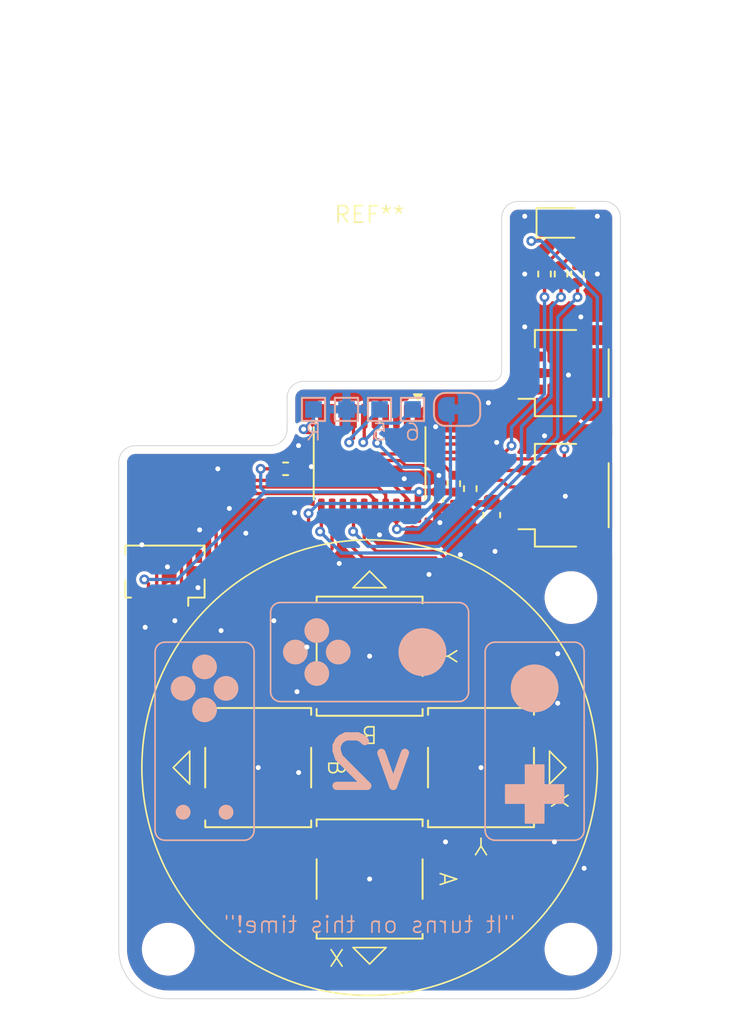
<source format=kicad_pcb>
(kicad_pcb (version 20240108) (generator "pcbnew") (generator_version "8.0")
  (layers (0 "F.Cu" signal) (31 "B.Cu" signal) (34 "B.Paste" user) (35 "F.Paste" user) (36 "B.SilkS" user "B.Silkscreen") (37 "F.SilkS" user "F.Silkscreen") (38 "B.Mask" user) (39 "F.Mask" user) (44 "Edge.Cuts" user))
  (net 0 "")
  (net 2 "VCC")
  (net 3 "GND")
  (net 4 "/STICK_Y")
  (net 5 "/STICK_X")
  (net 6 "/STICK_BUTTON")
  (net 7 "/SDA")
  (net 8 "/SCL")
  (net 10 "/SWD")
  (net 11 "/SWCLK")
  (net 13 "/PF2")
  (net 14 "/BUTTON_X")
  (net 15 "/BUTTON_A")
  (net 16 "/BUTTON_B")
  (net 17 "/BUTTON_Y")
  (net 21 "Net-(D1-BK)")
  (net 22 "Net-(D1-RK)")
  (net 23 "Net-(D1-GK)")
  (net 24 "/LED_R")
  (net 25 "/LED_G")
  (net 26 "/LED_B")
  (net 27 "/ADDR_SEL")
  (net 28 "/PA5")
  (net 29 "/PA6")
  (footprint "Daft_Misc:HCTL_HC-FPC-05-09-5RLTAG-00_1x05-1MP_P0.50mm_Horizontal" (layer "F.Cu") (at 102.6 134.4 180)
    (property "Reference" "J1" (hide yes))
    (property "Value" "Conn_01x05_MountingPin")
    (pad "1" smd rect (at -1 -1.8 180) (size 0.3 0.8) (layers "F.Cu" "F.Paste" "F.Mask") (net 5 "/STICK_X"))
    (pad "2" smd rect (at -0.5 -1.8 180) (size 0.3 0.8) (layers "F.Cu" "F.Paste" "F.Mask") (net 3 "GND"))
    (pad "3" smd rect (at 0 -1.8 180) (size 0.3 0.8) (layers "F.Cu" "F.Paste" "F.Mask") (net 6 "/STICK_BUTTON"))
    (pad "4" smd rect (at 0.5 -1.8 180) (size 0.3 0.8) (layers "F.Cu" "F.Paste" "F.Mask") (net 4 "/STICK_Y"))
    (pad "5" smd rect (at 1 -1.8 180) (size 0.3 0.8) (layers "F.Cu" "F.Paste" "F.Mask") (net 2 "VCC"))
    (pad "MP" smd rect (at -2.05 0.7 180) (size 0.4 0.8) (layers "F.Cu" "F.Paste" "F.Mask"))
    (pad "MP" smd rect (at 2.05 0.7 180) (size 0.4 0.8) (layers "F.Cu" "F.Paste" "F.Mask"))
  )
  (footprint "Resistor_SMD:R_0402_1005Metric" (layer "F.Cu") (at 127.6 116.6 -90)
    (property "Reference" "R3" (hide yes))
    (property "Value" "1K")
    (pad "1" smd roundrect (at -0.51 0 270) (size 0.54 0.64) (layers "F.Cu" "F.Paste" "F.Mask") (net 23 "Net-(D1-GK)"))
    (pad "2" smd roundrect (at 0.51 0 270) (size 0.54 0.64) (layers "F.Cu" "F.Paste" "F.Mask") (net 25 "/LED_G"))
  )
  (footprint "Daft_Misc:SW_Push_1P1T_NO_GT-TC155x" (layer "F.Cu") (at 121.75 146.5)
    (property "Reference" "SW2" (hide yes))
    (property "Value" "SW_Push")
    (pad "1" smd rect (at -3 -2.5) (size 1 1.1) (layers "F.Cu" "F.Paste" "F.Mask") (net 15 "/BUTTON_A"))
    (pad "1" smd rect (at 3 -2.5) (size 1 1.1) (layers "F.Cu" "F.Paste" "F.Mask") (net 15 "/BUTTON_A"))
    (pad "2" smd rect (at -3 2.5) (size 1 1.1) (layers "F.Cu" "F.Paste" "F.Mask") (net 3 "GND"))
    (pad "2" smd rect (at 3 2.5) (size 1 1.1) (layers "F.Cu" "F.Paste" "F.Mask") (net 3 "GND"))
  )
  (footprint "Daft_Misc:SW_Push_1P1T_NO_GT-TC155x" (layer "F.Cu") (at 115 153.25)
    (property "Reference" "SW3" (hide yes))
    (property "Value" "SW_Push")
    (pad "1" smd rect (at -3 -2.5) (size 1 1.1) (layers "F.Cu" "F.Paste" "F.Mask") (net 16 "/BUTTON_B"))
    (pad "1" smd rect (at 3 -2.5) (size 1 1.1) (layers "F.Cu" "F.Paste" "F.Mask") (net 16 "/BUTTON_B"))
    (pad "2" smd rect (at -3 2.5) (size 1 1.1) (layers "F.Cu" "F.Paste" "F.Mask") (net 3 "GND"))
    (pad "2" smd rect (at 3 2.5) (size 1 1.1) (layers "F.Cu" "F.Paste" "F.Mask") (net 3 "GND"))
  )
  (footprint "Daft_Misc:SW_Push_1P1T_NO_GT-TC155x" (layer "F.Cu") (at 115 139.75 180)
    (property "Reference" "SW1" (hide yes))
    (property "Value" "SW_Push")
    (pad "1" smd rect (at -3 -2.5 180) (size 1 1.1) (layers "F.Cu" "F.Paste" "F.Mask") (net 14 "/BUTTON_X"))
    (pad "1" smd rect (at 3 -2.5 180) (size 1 1.1) (layers "F.Cu" "F.Paste" "F.Mask") (net 14 "/BUTTON_X"))
    (pad "2" smd rect (at -3 2.5 180) (size 1 1.1) (layers "F.Cu" "F.Paste" "F.Mask") (net 3 "GND"))
    (pad "2" smd rect (at 3 2.5 180) (size 1 1.1) (layers "F.Cu" "F.Paste" "F.Mask") (net 3 "GND"))
  )
  (footprint "Daft_Misc:SW_Push_1P1T_NO_GT-TC155x" (layer "F.Cu") (at 108.25 146.5 180)
    (property "Reference" "SW4" (hide yes))
    (property "Value" "SW_Push")
    (pad "1" smd rect (at -3 -2.5 180) (size 1 1.1) (layers "F.Cu" "F.Paste" "F.Mask") (net 17 "/BUTTON_Y"))
    (pad "1" smd rect (at 3 -2.5 180) (size 1 1.1) (layers "F.Cu" "F.Paste" "F.Mask") (net 17 "/BUTTON_Y"))
    (pad "2" smd rect (at -3 2.5 180) (size 1 1.1) (layers "F.Cu" "F.Paste" "F.Mask") (net 3 "GND"))
    (pad "2" smd rect (at 3 2.5 180) (size 1 1.1) (layers "F.Cu" "F.Paste" "F.Mask") (net 3 "GND"))
  )
  (footprint "Capacitor_SMD:C_0603_1608Metric" (layer "F.Cu") (at 122.4 131.2 -90)
    (property "Reference" "C1" (hide yes))
    (property "Value" "10uF")
    (pad "1" smd roundrect (at -0.775 0 270) (size 0.9 0.95) (layers "F.Cu" "F.Paste" "F.Mask") (net 2 "VCC"))
    (pad "2" smd roundrect (at 0.775 0 270) (size 0.9 0.95) (layers "F.Cu" "F.Paste" "F.Mask") (net 3 "GND"))
  )
  (footprint "Daft_Misc:Switch_Joystick" (layer "F.Cu") (at 115 113.5)
    (property "Reference" "REF**" (at 0 -0.5 0) (layer "F.SilkS") (effects (font (thickness 0.1))))
    (property "Value" "Switch_Joystick")
  )
  (footprint "Connector_JST:JST_SH_SM04B-SRSS-TB_1x04-1MP_P1.00mm_Horizontal" (layer "F.Cu") (at 126.8 130 90)
    (property "Reference" "J2" (hide yes))
    (property "Value" "Conn_01x04_MountingPin")
    (pad "1" smd roundrect (at -1.5 -2 90) (size 0.6 1.55) (layers "F.Cu" "F.Paste" "F.Mask") (net 3 "GND"))
    (pad "2" smd roundrect (at -0.5 -2 90) (size 0.6 1.55) (layers "F.Cu" "F.Paste" "F.Mask") (net 2 "VCC"))
    (pad "3" smd roundrect (at 0.5 -2 90) (size 0.6 1.55) (layers "F.Cu" "F.Paste" "F.Mask") (net 7 "/SDA"))
    (pad "4" smd roundrect (at 1.5 -2 90) (size 0.6 1.55) (layers "F.Cu" "F.Paste" "F.Mask") (net 8 "/SCL"))
    (pad "MP" smd roundrect (at -2.8 1.875 90) (size 1.2 1.8) (layers "F.Cu" "F.Paste" "F.Mask") (roundrect_rratio 0.208333))
    (pad "MP" smd roundrect (at 2.8 1.875 90) (size 1.2 1.8) (layers "F.Cu" "F.Paste" "F.Mask") (roundrect_rratio 0.208333))
  )
  (footprint "Connector_JST:JST_SH_SM03B-SRSS-TB_1x03-1MP_P1.00mm_Horizontal" (layer "F.Cu") (at 126.8 122.6 90)
    (property "Reference" "J3" (hide yes))
    (property "Value" "Conn_01x03_MountingPin")
    (pad "1" smd roundrect (at -1 -2 90) (size 0.6 1.55) (layers "F.Cu" "F.Paste" "F.Mask") (net 11 "/SWCLK"))
    (pad "2" smd roundrect (at 0 -2 90) (size 0.6 1.55) (layers "F.Cu" "F.Paste" "F.Mask") (net 3 "GND"))
    (pad "3" smd roundrect (at 1 -2 90) (size 0.6 1.55) (layers "F.Cu" "F.Paste" "F.Mask") (net 10 "/SWD"))
    (pad "MP" smd roundrect (at -2.3 1.875 90) (size 1.2 1.8) (layers "F.Cu" "F.Paste" "F.Mask") (roundrect_rratio 0.208333))
    (pad "MP" smd roundrect (at 2.3 1.875 90) (size 1.2 1.8) (layers "F.Cu" "F.Paste" "F.Mask") (roundrect_rratio 0.208333))
  )
  (footprint "Resistor_SMD:R_0402_1005Metric" (layer "F.Cu") (at 121.1 129.6 90)
    (property "Reference" "R5" (hide yes))
    (property "Value" "10K")
    (pad "1" smd roundrect (at -0.51 0 90) (size 0.54 0.64) (layers "F.Cu" "F.Paste" "F.Mask") (net 2 "VCC"))
    (pad "2" smd roundrect (at 0.51 0 90) (size 0.54 0.64) (layers "F.Cu" "F.Paste" "F.Mask") (net 7 "/SDA"))
  )
  (footprint "Resistor_SMD:R_0402_1005Metric" (layer "F.Cu") (at 109.91 128.4)
    (property "Reference" "R1" (hide yes))
    (property "Value" "10K")
    (pad "1" smd roundrect (at -0.51 0) (size 0.54 0.64) (layers "F.Cu" "F.Paste" "F.Mask") (net 2 "VCC"))
    (pad "2" smd roundrect (at 0.51 0) (size 0.54 0.64) (layers "F.Cu" "F.Paste" "F.Mask") (net 13 "/PF2"))
  )
  (footprint "MountingHole:MountingHole_2.7mm_M2.5" (layer "F.Cu") (at 127.2 157.5)
    (property "Reference" "REF**" (hide yes))
    (property "Value" "MountingHole_2.7mm_M2.5")
    (pad "" np_thru_hole circle (at 0 0) (size 2.7 2.7) (drill 2.7) (layers "*.Cu" "*.Mask"))
  )
  (footprint "Resistor_SMD:R_0402_1005Metric" (layer "F.Cu") (at 126.6 116.6 -90)
    (property "Reference" "R4" (hide yes))
    (property "Value" "1K")
    (pad "1" smd roundrect (at -0.51 0 270) (size 0.54 0.64) (layers "F.Cu" "F.Paste" "F.Mask") (net 21 "Net-(D1-BK)"))
    (pad "2" smd roundrect (at 0.51 0 270) (size 0.54 0.64) (layers "F.Cu" "F.Paste" "F.Mask") (net 26 "/LED_B"))
  )
  (footprint "Capacitor_SMD:C_0402_1005Metric" (layer "F.Cu") (at 119.1 130.28 -90)
    (property "Reference" "C2" (hide yes))
    (property "Value" "0.1uF")
    (pad "1" smd roundrect (at -0.48 0 270) (size 0.56 0.62) (layers "F.Cu" "F.Paste" "F.Mask") (net 2 "VCC"))
    (pad "2" smd roundrect (at 0.48 0 270) (size 0.56 0.62) (layers "F.Cu" "F.Paste" "F.Mask") (net 3 "GND"))
  )
  (footprint "Resistor_SMD:R_0402_1005Metric" (layer "F.Cu") (at 125.6 116.6 -90)
    (property "Reference" "R2" (hide yes))
    (property "Value" "1K")
    (pad "1" smd roundrect (at -0.51 0 270) (size 0.54 0.64) (layers "F.Cu" "F.Paste" "F.Mask") (net 22 "Net-(D1-RK)"))
    (pad "2" smd roundrect (at 0.51 0 270) (size 0.54 0.64) (layers "F.Cu" "F.Paste" "F.Mask") (net 24 "/LED_R"))
  )
  (footprint "Package_SO:TSSOP-20_4.4x6.5mm_P0.65mm" (layer "F.Cu") (at 115 128.075 -90)
    (property "Reference" "U1" (hide yes))
    (property "Value" "~")
    (pad "1" smd roundrect (at -2.8625 -2.925 270) (size 1.475 0.4) (layers "F.Cu" "F.Paste" "F.Mask") (net 3 "GND"))
    (pad "2" smd roundrect (at -2.8625 -2.275 270) (size 1.475 0.4) (layers "F.Cu" "F.Paste" "F.Mask") (net 10 "/SWD"))
    (pad "3" smd roundrect (at -2.8625 -1.625 270) (size 1.475 0.4) (layers "F.Cu" "F.Paste" "F.Mask") (net 11 "/SWCLK"))
    (pad "4" smd roundrect (at -2.8625 -0.975 270) (size 1.475 0.4) (layers "F.Cu" "F.Paste" "F.Mask") (net 24 "/LED_R"))
    (pad "5" smd roundrect (at -2.8625 -0.325 270) (size 1.475 0.4) (layers "F.Cu" "F.Paste" "F.Mask") (net 17 "/BUTTON_Y"))
    (pad "6" smd roundrect (at -2.8625 0.325 270) (size 1.475 0.4) (layers "F.Cu" "F.Paste" "F.Mask") (net 29 "/PA6"))
    (pad "7" smd roundrect (at -2.8625 0.975 270) (size 1.475 0.4) (layers "F.Cu" "F.Paste" "F.Mask") (net 28 "/PA5"))
    (pad "8" smd roundrect (at -2.8625 1.625 270) (size 1.475 0.4) (layers "F.Cu" "F.Paste" "F.Mask") (net 7 "/SDA"))
    (pad "9" smd roundrect (at -2.8625 2.275 270) (size 1.475 0.4) (layers "F.Cu" "F.Paste" "F.Mask") (net 8 "/SCL"))
    (pad "10" smd roundrect (at -2.8625 2.925 270) (size 1.475 0.4) (layers "F.Cu" "F.Paste" "F.Mask") (net 13 "/PF2"))
    (pad "11" smd roundrect (at 2.8625 2.925 270) (size 1.475 0.4) (layers "F.Cu" "F.Paste" "F.Mask") (net 25 "/LED_G"))
    (pad "12" smd roundrect (at 2.8625 2.275 270) (size 1.475 0.4) (layers "F.Cu" "F.Paste" "F.Mask") (net 14 "/BUTTON_X"))
    (pad "13" smd roundrect (at 2.8625 1.625 270) (size 1.475 0.4) (layers "F.Cu" "F.Paste" "F.Mask") (net 15 "/BUTTON_A"))
    (pad "14" smd roundrect (at 2.8625 0.975 270) (size 1.475 0.4) (layers "F.Cu" "F.Paste" "F.Mask") (net 26 "/LED_B"))
    (pad "15" smd roundrect (at 2.8625 0.325 270) (size 1.475 0.4) (layers "F.Cu" "F.Paste" "F.Mask") (net 16 "/BUTTON_B"))
    (pad "16" smd roundrect (at 2.8625 -0.325 270) (size 1.475 0.4) (layers "F.Cu" "F.Paste" "F.Mask") (net 6 "/STICK_BUTTON"))
    (pad "17" smd roundrect (at 2.8625 -0.975 270) (size 1.475 0.4) (layers "F.Cu" "F.Paste" "F.Mask") (net 5 "/STICK_X"))
    (pad "18" smd roundrect (at 2.8625 -1.625 270) (size 1.475 0.4) (layers "F.Cu" "F.Paste" "F.Mask") (net 27 "/ADDR_SEL"))
    (pad "19" smd roundrect (at 2.8625 -2.275 270) (size 1.475 0.4) (layers "F.Cu" "F.Paste" "F.Mask") (net 4 "/STICK_Y"))
    (pad "20" smd roundrect (at 2.8625 -2.925 270) (size 1.475 0.4) (layers "F.Cu" "F.Paste" "F.Mask") (net 2 "VCC"))
  )
  (footprint "MountingHole:MountingHole_2.7mm_M2.5" (layer "F.Cu") (at 127.2 136.2)
    (property "Reference" "REF**" (hide yes))
    (property "Value" "MountingHole_2.7mm_M2.5")
    (pad "" np_thru_hole circle (at 0 0) (size 2.7 2.7) (drill 2.7) (layers "*.Cu" "*.Mask"))
  )
  (footprint "Daft_Misc:LED_0606" (layer "F.Cu") (at 126.6 113.5)
    (property "Reference" "D1" (hide yes))
    (property "Value" "LED_RABG")
    (pad "1" smd rect (at -0.8 -0.425) (size 0.8 0.65) (layers "F.Cu" "F.Paste" "F.Mask") (net 22 "Net-(D1-RK)"))
    (pad "2" smd rect (at -0.8 0.425) (size 0.8 0.65) (layers "F.Cu" "F.Paste" "F.Mask") (net 2 "VCC"))
    (pad "3" smd rect (at 0.8 0.425) (size 0.8 0.65) (layers "F.Cu" "F.Paste" "F.Mask") (net 21 "Net-(D1-BK)"))
    (pad "4" smd rect (at 0.8 -0.425) (size 0.8 0.65) (layers "F.Cu" "F.Paste" "F.Mask") (net 23 "Net-(D1-GK)"))
  )
  (footprint "Resistor_SMD:R_0402_1005Metric" (layer "F.Cu") (at 120.1 129.3 90)
    (property "Reference" "R6" (hide yes))
    (property "Value" "10K")
    (pad "1" smd roundrect (at -0.51 0 90) (size 0.54 0.64) (layers "F.Cu" "F.Paste" "F.Mask") (net 2 "VCC"))
    (pad "2" smd roundrect (at 0.51 0 90) (size 0.54 0.64) (layers "F.Cu" "F.Paste" "F.Mask") (net 8 "/SCL"))
  )
  (footprint "MountingHole:MountingHole_2.7mm_M2.5" (layer "F.Cu") (at 102.8 157.5)
    (property "Reference" "REF**" (hide yes))
    (property "Value" "MountingHole_2.7mm_M2.5")
    (pad "" np_thru_hole circle (at 0 0) (size 2.7 2.7) (drill 2.7) (layers "*.Cu" "*.Mask"))
  )
  (footprint "TestPoint:TestPoint_Pad_1.0x1.0mm" (layer "B.Cu") (at 111.6 124.8 180)
    (property "Reference" "TP1" (hide yes))
    (property "Value" "TestPoint")
    (pad "1" smd rect (at 0 0 180) (size 1 1) (layers "B.Cu" "B.Mask") (net 13 "/PF2"))
  )
  (footprint "Jumper:SolderJumper-2_P1.3mm_Bridged_RoundedPad1.0x1.5mm" (layer "B.Cu") (at 120.3 124.8 180)
    (property "Reference" "JP1" (hide yes))
    (property "Value" "SolderJumper_2_Bridged")
    (fp_poly (pts (xy 0.25 0.3) (xy -0.25 0.3) (xy -0.25 -0.3) (xy 0.25 -0.3)) (fill solid) (layer "B.Cu"))
    (pad "1" smd custom (at -0.65 0 180) (size 1 0.5) (layers "B.Cu" "B.Mask") (net 3 "GND") (options (clearance outline) (anchor rect)) (primitives (gr_circle (center 0 -0.25) (end 0.5 -0.25) (width 0) (fill yes)) (gr_circle (center 0 0.25) (end 0.5 0.25) (width 0) (fill yes)) (gr_poly (pts (xy 0.5 -0.75) (xy 0 -0.75) (xy 0 0.75) (xy 0.5 0.75)) (width 0) (fill yes))))
    (pad "2" smd custom (at 0.65 0 180) (size 1 0.5) (layers "B.Cu" "B.Mask") (net 27 "/ADDR_SEL") (options (clearance outline) (anchor rect)) (primitives (gr_circle (center 0 -0.25) (end 0.5 -0.25) (width 0) (fill yes)) (gr_circle (center 0 0.25) (end 0.5 0.25) (width 0) (fill yes)) (gr_poly (pts (xy 0 -0.75) (xy -0.5 -0.75) (xy -0.5 0.75) (xy 0 0.75)) (width 0) (fill yes))))
  )
  (footprint "TestPoint:TestPoint_Pad_1.0x1.0mm" (layer "B.Cu") (at 117.6 124.8 180)
    (property "Reference" "TP4" (hide yes))
    (property "Value" "TestPoint")
    (pad "1" smd rect (at 0 0 180) (size 1 1) (layers "B.Cu" "B.Mask") (net 29 "/PA6"))
  )
  (footprint "TestPoint:TestPoint_Pad_1.0x1.0mm" (layer "B.Cu") (at 115.6 124.8 180)
    (property "Reference" "TP3" (hide yes))
    (property "Value" "TestPoint")
    (pad "1" smd rect (at 0 0 180) (size 1 1) (layers "B.Cu" "B.Mask") (net 28 "/PA5"))
  )
  (footprint "TestPoint:TestPoint_Pad_1.0x1.0mm" (layer "B.Cu") (at 113.6 124.8 180)
    (property "Reference" "TP2" (hide yes))
    (property "Value" "TestPoint")
    (pad "1" smd rect (at 0 0 180) (size 1 1) (layers "B.Cu" "B.Mask") (net 3 "GND"))
  )
  (gr_circle (center 113.1 139.5) (end 112.4 139.5) (stroke (width 0.1)) (fill solid) (layer "B.SilkS"))
  (gr_poly (pts (xy 126.75 147.55) (xy 125.55 147.55) (xy 125.55 146.35) (xy 124.45 146.35) (xy 124.45 147.55) (xy 123.25 147.55) (xy 123.25 148.65) (xy 124.45 148.65) (xy 124.45 149.85) (xy 125.55 149.85) (xy 125.55 148.65) (xy 126.75 148.65)) (stroke (width 0.1)) (fill solid) (layer "B.SilkS"))
  (gr_line (start 109 137.1) (end 109 141.9) (stroke (width 0.1)) (layer "B.SilkS"))
  (gr_circle (center 106.3 149.2) (end 105.9 149.2) (stroke (width 0.1)) (fill solid) (layer "B.SilkS"))
  (gr_arc (start 121 141.9) (mid 120.824264 142.324264) (end 120.4 142.5) (stroke (width 0.1)) (layer "B.SilkS"))
  (gr_line (start 109.6 142.5) (end 120.4 142.5) (stroke (width 0.1)) (layer "B.SilkS"))
  (gr_circle (center 111.8 140.8) (end 111.1 140.8) (stroke (width 0.1)) (fill solid) (layer "B.SilkS"))
  (gr_circle (center 111.8 138.2) (end 111.1 138.2) (stroke (width 0.1)) (fill solid) (layer "B.SilkS"))
  (gr_arc (start 122 139.5) (mid 122.175736 139.075736) (end 122.6 138.9) (stroke (width 0.1)) (layer "B.SilkS"))
  (gr_circle (center 125 141.7) (end 123.6 141.7) (stroke (width 0.1)) (fill solid) (layer "B.SilkS"))
  (gr_circle (center 105 143) (end 104.3 143) (stroke (width 0.1)) (fill solid) (layer "B.SilkS"))
  (gr_line (start 122.6 150.9) (end 127.4 150.9) (stroke (width 0.1)) (layer "B.SilkS"))
  (gr_circle (center 103.7 141.7) (end 103 141.7) (stroke (width 0.1)) (fill solid) (layer "B.SilkS"))
  (gr_circle (center 110.5 139.5) (end 109.8 139.5) (stroke (width 0.1)) (fill solid) (layer "B.SilkS"))
  (gr_arc (start 109 137.1) (mid 109.175736 136.675736) (end 109.6 136.5) (stroke (width 0.1)) (layer "B.SilkS"))
  (gr_arc (start 108 150.3) (mid 107.824264 150.724264) (end 107.4 150.9) (stroke (width 0.1)) (layer "B.SilkS"))
  (gr_arc (start 107.4 138.9) (mid 107.824264 139.075736) (end 108 139.5) (stroke (width 0.1)) (layer "B.SilkS"))
  (gr_circle (center 105 140.4) (end 104.3 140.4) (stroke (width 0.1)) (fill solid) (layer "B.SilkS"))
  (gr_line (start 128 150.3) (end 128 139.5) (stroke (width 0.1)) (layer "B.SilkS"))
  (gr_circle (center 103.7 149.2) (end 103.3 149.2) (stroke (width 0.1)) (fill solid) (layer "B.SilkS"))
  (gr_arc (start 120.4 136.5) (mid 120.824264 136.675736) (end 121 137.1) (stroke (width 0.1)) (layer "B.SilkS"))
  (gr_line (start 120.4 136.5) (end 109.6 136.5) (stroke (width 0.1)) (layer "B.SilkS"))
  (gr_line (start 121 141.9) (end 121 137.1) (stroke (width 0.1)) (layer "B.SilkS"))
  (gr_line (start 107.4 138.9) (end 102.6 138.9) (stroke (width 0.1)) (layer "B.SilkS"))
  (gr_arc (start 102 139.5) (mid 102.175736 139.075736) (end 102.6 138.9) (stroke (width 0.1)) (layer "B.SilkS"))
  (gr_line (start 108 150.3) (end 108 139.5) (stroke (width 0.1)) (layer "B.SilkS"))
  (gr_line (start 127.4 138.9) (end 122.6 138.9) (stroke (width 0.1)) (layer "B.SilkS"))
  (gr_arc (start 128 150.3) (mid 127.824264 150.724264) (end 127.4 150.9) (stroke (width 0.1)) (layer "B.SilkS"))
  (gr_line (start 102 139.5) (end 102 150.3) (stroke (width 0.1)) (layer "B.SilkS"))
  (gr_line (start 122 139.5) (end 122 150.3) (stroke (width 0.1)) (layer "B.SilkS"))
  (gr_line (start 102.6 150.9) (end 107.4 150.9) (stroke (width 0.1)) (layer "B.SilkS"))
  (gr_arc (start 122.6 150.9) (mid 122.175736 150.724264) (end 122 150.3) (stroke (width 0.1)) (layer "B.SilkS"))
  (gr_arc (start 127.4 138.9) (mid 127.824264 139.075736) (end 128 139.5) (stroke (width 0.1)) (layer "B.SilkS"))
  (gr_circle (center 106.3 141.7) (end 105.6 141.7) (stroke (width 0.1)) (fill solid) (layer "B.SilkS"))
  (gr_circle (center 118.2 139.5) (end 116.8 139.5) (stroke (width 0.1)) (fill solid) (layer "B.SilkS"))
  (gr_arc (start 109.6 142.5) (mid 109.175736 142.324264) (end 109 141.9) (stroke (width 0.1)) (layer "B.SilkS"))
  (gr_arc (start 102.6 150.9) (mid 102.175736 150.724264) (end 102 150.3) (stroke (width 0.1)) (layer "B.SilkS"))
  (gr_circle (center 115 146.5) (end 101.2 146.5) (stroke (width 0.1)) (fill none) (layer "F.SilkS"))
  (gr_line (start 104.1 145.5) (end 104.1 147.5) (stroke (width 0.1)) (layer "F.SilkS"))
  (gr_line (start 125.9 147.5) (end 125.9 145.5) (stroke (width 0.1)) (layer "F.SilkS"))
  (gr_line (start 116 157.4) (end 115 158.4) (stroke (width 0.1)) (layer "F.SilkS"))
  (gr_line (start 114 135.6) (end 115 134.6) (stroke (width 0.1)) (layer "F.SilkS"))
  (gr_line (start 114 157.4) (end 116 157.4) (stroke (width 0.1)) (layer "F.SilkS"))
  (gr_line (start 125.9 147.5) (end 126.9 146.5) (stroke (width 0.1)) (layer "F.SilkS"))
  (gr_line (start 116 135.6) (end 114 135.6) (stroke (width 0.1)) (layer "F.SilkS"))
  (gr_line (start 104.1 147.5) (end 103.1 146.5) (stroke (width 0.1)) (layer "F.SilkS"))
  (gr_line (start 116 135.6) (end 115 134.6) (stroke (width 0.1)) (layer "F.SilkS"))
  (gr_line (start 104.1 145.5) (end 103.1 146.5) (stroke (width 0.1)) (layer "F.SilkS"))
  (gr_line (start 114 157.4) (end 115 158.4) (stroke (width 0.1)) (layer "F.SilkS"))
  (gr_line (start 125.9 145.5) (end 126.9 146.5) (stroke (width 0.1)) (layer "F.SilkS"))
  (gr_arc (start 123 122.5) (mid 122.824264 122.924264) (end 122.4 123.1) (stroke (width 0.05)) (layer "Edge.Cuts"))
  (gr_line (start 123 122.5) (end 123 113.2) (stroke (width 0.05)) (layer "Edge.Cuts"))
  (gr_line (start 102.8 160.5) (end 127.2 160.5) (stroke (width 0.05)) (layer "Edge.Cuts"))
  (gr_arc (start 123 113.2) (mid 123.292893 112.492893) (end 124 112.2) (stroke (width 0.05)) (layer "Edge.Cuts"))
  (gr_line (start 105.4 127) (end 109 127) (stroke (width 0.05)) (layer "Edge.Cuts"))
  (gr_arc (start 130.2 157.5) (mid 129.32132 159.62132) (end 127.2 160.5) (stroke (width 0.05)) (layer "Edge.Cuts"))
  (gr_arc (start 129.2 112.2) (mid 129.907107 112.492893) (end 130.2 113.2) (stroke (width 0.05)) (layer "Edge.Cuts"))
  (gr_line (start 110 126) (end 110 124.1) (stroke (width 0.05)) (layer "Edge.Cuts"))
  (gr_line (start 124 112.2) (end 129.2 112.2) (stroke (width 0.05)) (layer "Edge.Cuts"))
  (gr_line (start 100.8 127) (end 105.4 127) (stroke (width 0.05)) (layer "Edge.Cuts"))
  (gr_line (start 111 123.1) (end 122.4 123.1) (stroke (width 0.05)) (layer "Edge.Cuts"))
  (gr_line (start 130.2 113.2) (end 130.2 157.5) (stroke (width 0.05)) (layer "Edge.Cuts"))
  (gr_arc (start 110 126) (mid 109.707107 126.707107) (end 109 127) (stroke (width 0.05)) (layer "Edge.Cuts"))
  (gr_arc (start 102.8 160.5) (mid 100.67868 159.62132) (end 99.8 157.5) (stroke (width 0.05)) (layer "Edge.Cuts"))
  (gr_line (start 99.8 128) (end 99.8 157.5) (stroke (width 0.05)) (layer "Edge.Cuts"))
  (gr_arc (start 110 124.1) (mid 110.292893 123.392893) (end 111 123.1) (stroke (width 0.05)) (layer "Edge.Cuts"))
  (gr_arc (start 99.8 128) (mid 100.092893 127.292893) (end 100.8 127) (stroke (width 0.05)) (layer "Edge.Cuts"))
  (gr_text "5" (at 115.6 125.6 0) (layer "B.SilkS") (effects (font (size 1 1) (thickness 0.1)) (justify top mirror)))
  (gr_text "{dblquote}It turns on this time!{dblquote}" (at 115 156.6 0) (layer "B.SilkS") (effects (font (size 1 1) (thickness 0.1)) (justify bottom mirror)))
  (gr_text "6" (at 117.6 125.6 0) (layer "B.SilkS") (effects (font (size 1 1) (thickness 0.1)) (justify top mirror)))
  (gr_text "R" (at 111.6 125.6 0) (layer "B.SilkS") (effects (font (size 1 1) (thickness 0.1)) (justify top mirror)))
  (gr_text "v2" (at 115 148 0) (layer "B.SilkS") (effects (font (size 3 3) (thickness 0.5) (bold yes)) (justify bottom mirror)))
  (gr_text "Y" (at 119.15 139.75 270) (layer "F.SilkS") (effects (font (size 1 1) (thickness 0.1)) (justify bottom)))
  (gr_text "X" (at 113 157.4 180) (layer "F.SilkS") (effects (font (size 1 1) (thickness 0.1)) (justify bottom)))
  (gr_text "B" (at 112.4 146.5 270) (layer "F.SilkS") (effects (font (size 1 1) (thickness 0.1)) (justify bottom)))
  (gr_text "X" (at 125.9 148.5 -90) (layer "F.SilkS") (effects (font (size 1 1) (thickness 0.1)) (justify bottom)))
  (gr_text "B" (at 115 143.9 180) (layer "F.SilkS") (effects (font (size 1 1) (thickness 0.1)) (justify bottom)))
  (gr_text "A" (at 119.15 153.25 270) (layer "F.SilkS") (effects (font (size 1 1) (thickness 0.1)) (justify bottom)))
  (gr_text "Y" (at 121.75 150.65 180) (layer "F.SilkS") (effects (font (size 1 1) (thickness 0.1)) (justify bottom)))
  (segment (start 117.925 130.9375) (end 117.925 129.875) (width 0.4) (layer "F.Cu") (net 2))
  (segment (start 126.8 129.2) (end 126.8 127.2) (width 0.2) (layer "F.Cu") (net 2))
  (segment (start 120.79 129.8) (end 118 129.8) (width 0.4) (layer "F.Cu") (net 2))
  (segment (start 109.4 128.4) (end 108.400002 128.4) (width 0.2) (layer "F.Cu") (net 2))
  (segment (start 117.925 129.875) (end 118 129.8) (width 0.4) (layer "F.Cu") (net 2))
  (segment (start 108.400002 128.4) (end 108.400001 128.399999) (width 0.2) (layer "F.Cu") (net 2))
  (segment (start 124.8 114.6) (end 125.125 114.6) (width 0.2) (layer "F.Cu") (net 2))
  (segment (start 101.6 135.353275) (end 101.35 135.103275) (width 0.2) (layer "F.Cu") (net 2))
  (segment (start 124.8 130.5) (end 125.5 130.5) (width 0.2) (layer "F.Cu") (net 2))
  (segment (start 121.49 130.5) (end 120.79 129.8) (width 0.4) (layer "F.Cu") (net 2))
  (segment (start 125.5 130.5) (end 126.2 129.8) (width 0.2) (layer "F.Cu") (net 2))
  (segment (start 101.6 136.2) (end 101.6 135.353275) (width 0.2) (layer "F.Cu") (net 2))
  (segment (start 124.8 130.5) (end 121.49 130.5) (width 0.4) (layer "F.Cu") (net 2))
  (segment (start 126.2 129.8) (end 126.8 129.2) (width 0.2) (layer "F.Cu") (net 2))
  (segment (start 125.125 114.6) (end 125.8 113.925) (width 0.2) (layer "F.Cu") (net 2))
  (via (at 124.8 114.6) (size 0.6) (drill 0.3) (layers "F.Cu" "B.Cu") (net 2))
  (via (at 108.400001 128.399999) (size 0.6) (drill 0.3) (layers "F.Cu" "B.Cu") (net 2))
  (via (at 101.35 135.103275) (size 0.6) (drill 0.3) (layers "F.Cu" "B.Cu") (net 2))
  (via (at 118 129.8) (size 0.6) (drill 0.3) (layers "F.Cu" "B.Cu") (net 2))
  (via (at 126.8 127.2) (size 0.6) (drill 0.3) (layers "F.Cu" "B.Cu") (net 2))
  (segment (start 108.400001 129.546243) (end 108.400001 128.399999) (width 0.2) (layer "B.Cu") (net 2))
  (segment (start 128.8 118) (end 127.2 116.4) (width 0.2) (layer "B.Cu") (net 2))
  (segment (start 118 129.8) (end 108.653758 129.8) (width 0.2) (layer "B.Cu") (net 2))
  (segment (start 108.653758 129.8) (end 108.426879 130.026879) (width 0.2) (layer "B.Cu") (net 2))
  (segment (start 128.8 124.8) (end 128.8 118) (width 0.2) (layer "B.Cu") (net 2))
  (segment (start 126.8 126.8) (end 128.8 124.8) (width 0.2) (layer "B.Cu") (net 2))
  (segment (start 108.426879 130.026879) (end 103.350482 135.103275) (width 0.2) (layer "B.Cu") (net 2))
  (segment (start 108.653758 129.8) (end 108.400001 129.546243) (width 0.2) (layer "B.Cu") (net 2))
  (segment (start 125.4 114.6) (end 124.8 114.6) (width 0.2) (layer "B.Cu") (net 2))
  (segment (start 127.2 116.4) (end 125.4 114.6) (width 0.2) (layer "B.Cu") (net 2))
  (segment (start 126.8 127.2) (end 126.8 126.8) (width 0.2) (layer "B.Cu") (net 2))
  (segment (start 103.350482 135.103275) (end 101.35 135.103275) (width 0.2) (layer "B.Cu") (net 2))
  (via (at 126.4 142.6) (size 0.6) (drill 0.3) (layers "F.Cu" "B.Cu") (net 3))
  (via (at 110.7 146.8) (size 0.6) (drill 0.3) (layers "F.Cu" "B.Cu") (net 3))
  (via (at 124.4 119.8) (size 0.6) (drill 0.3) (layers "F.Cu" "B.Cu") (net 3))
  (via (at 104.7 132.1) (size 0.6) (drill 0.3) (layers "F.Cu" "B.Cu") (net 3))
  (via (at 102.75 134.34038) (size 0.6) (drill 0.3) (layers "F.Cu" "B.Cu") (net 3))
  (via (at 126.2 151) (size 0.6) (drill 0.3) (layers "F.Cu" "B.Cu") (net 3))
  (via (at 110.45962 131.05962) (size 0.6) (drill 0.3) (layers "F.Cu" "B.Cu") (net 3))
  (via (at 115 153.25) (size 0.6) (drill 0.3) (layers "F.Cu" "B.Cu") (net 3))
  (via (at 119.25962 131.65962) (size 0.6) (drill 0.3) (layers "F.Cu" "B.Cu") (net 3))
  (via (at 108.25 146.5) (size 0.6) (drill 0.3) (layers "F.Cu" "B.Cu") (net 3))
  (via (at 121.75 146.5) (size 0.6) (drill 0.3) (layers "F.Cu" "B.Cu") (net 3))
  (via (at 115 139.75) (size 0.6) (drill 0.3) (layers "F.Cu" "B.Cu") (net 3))
  (via (at 103.2 137.6) (size 0.6) (drill 0.3) (layers "F.Cu" "B.Cu") (net 3))
  (via (at 122.6 133.4) (size 0.6) (drill 0.3) (layers "F.Cu" "B.Cu") (net 3))
  (via (at 126.4 139.6) (size 0.6) (drill 0.3) (layers "F.Cu" "B.Cu") (net 3))
  (via (at 125.6 126.4) (size 0.6) (drill 0.3) (layers "F.Cu" "B.Cu") (net 3))
  (via (at 122.7 126.8) (size 0.6) (drill 0.3) (layers "F.Cu" "B.Cu") (net 3))
  (via (at 119.6 151) (size 0.6) (drill 0.3) (layers "F.Cu" "B.Cu") (net 3))
  (via (at 110.6 141.9) (size 0.6) (drill 0.3) (layers "F.Cu" "B.Cu") (net 3))
  (via (at 110.695376 126.993542) (size 0.6) (drill 0.3) (layers "F.Cu" "B.Cu") (net 3))
  (via (at 124.4 116.6) (size 0.6) (drill 0.3) (layers "F.Cu" "B.Cu") (net 3))
  (via (at 124.4 113.1) (size 0.6) (drill 0.3) (layers "F.Cu" "B.Cu") (net 3))
  (via (at 127.8 119.2) (size 0.6) (drill 0.3) (layers "F.Cu" "B.Cu") (net 3))
  (via (at 118.6 134.8) (size 0.6) (drill 0.3) (layers "F.Cu" "B.Cu") (net 3))
  (via (at 104.6 135.6) (size 0.6) (drill 0.3) (layers "F.Cu" "B.Cu") (net 3))
  (via (at 119 125.85) (size 0.6) (drill 0.3) (layers "F.Cu" "B.Cu") (net 3))
  (via (at 115.6 132.4) (size 0.6) (drill 0.3) (layers "F.Cu" "B.Cu") (net 3))
  (via (at 128.8 116.6) (size 0.6) (drill 0.3) (layers "F.Cu" "B.Cu") (net 3))
  (via (at 128.8 113.1) (size 0.6) (drill 0.3) (layers "F.Cu" "B.Cu") (net 3))
  (via (at 117.1 129) (size 0.6) (drill 0.3) (layers "F.Cu" "B.Cu") (net 3))
  (via (at 107.5 132.3) (size 0.6) (drill 0.3) (layers "F.Cu" "B.Cu") (net 3))
  (via (at 127.05 122.719683) (size 0.6) (drill 0.3) (layers "F.Cu" "B.Cu") (net 3))
  (via (at 106.5 130.8) (size 0.6) (drill 0.3) (layers "F.Cu" "B.Cu") (net 3))
  (via (at 105.8 128.4) (size 0.6) (drill 0.3) (layers "F.Cu" "B.Cu") (net 3))
  (via (at 126.85962 130.05962) (size 0.6) (drill 0.3) (layers "F.Cu" "B.Cu") (net 3))
  (via (at 119.2 128.8) (size 0.6) (drill 0.3) (layers "F.Cu" "B.Cu") (net 3))
  (via (at 106 138.2) (size 0.6) (drill 0.3) (layers "F.Cu" "B.Cu") (net 3))
  (via (at 109.2 137.6) (size 0.6) (drill 0.3) (layers "F.Cu" "B.Cu") (net 3))
  (via (at 101.2 133) (size 0.6) (drill 0.3) (layers "F.Cu" "B.Cu") (net 3))
  (via (at 101.4 138) (size 0.6) (drill 0.3) (layers "F.Cu" "B.Cu") (net 3))
  (via (at 120.5 133.6) (size 0.6) (drill 0.3) (layers "F.Cu" "B.Cu") (net 3))
  (via (at 111.46962 128.26962) (size 0.6) (drill 0.3) (layers "F.Cu" "B.Cu") (net 3))
  (via (at 113.158995 134.134522) (size 0.6) (drill 0.3) (layers "F.Cu" "B.Cu") (net 3))
  (via (at 122.2 124.4) (size 0.6) (drill 0.3) (layers "F.Cu" "B.Cu") (net 3))
  (via (at 111.2 139.2) (size 0.6) (drill 0.3) (layers "F.Cu" "B.Cu") (net 3))
  (via (at 128 152.6) (size 0.6) (drill 0.3) (layers "F.Cu" "B.Cu") (net 3))
  (segment (start 102.1 133.168628) (end 102.1 136.2) (width 0.2) (layer "F.Cu") (net 4))
  (segment (start 106.168628 129.1) (end 102.1 133.168628) (width 0.2) (layer "F.Cu") (net 4))
  (segment (start 116.174999 129.1) (end 106.168628 129.1) (width 0.2) (layer "F.Cu") (net 4))
  (segment (start 117.275 130.9375) (end 117.275 130.200001) (width 0.2) (layer "F.Cu") (net 4))
  (segment (start 117.275 130.200001) (end 116.174999 129.1) (width 0.2) (layer "F.Cu") (net 4))
  (segment (start 115.5 129.5) (end 106.334314 129.5) (width 0.2) (layer "F.Cu") (net 5))
  (segment (start 106.334314 129.5) (end 103.6 132.234314) (width 0.2) (layer "F.Cu") (net 5))
  (segment (start 115.975 130.9375) (end 115.975 129.975) (width 0.2) (layer "F.Cu") (net 5))
  (segment (start 103.6 132.234314) (end 103.6 136.2) (width 0.2) (layer "F.Cu") (net 5))
  (segment (start 115.975 129.975) (end 115.5 129.5) (width 0.2) (layer "F.Cu") (net 5))
  (segment (start 104 138.6) (end 105.7 136.9) (width 0.2) (layer "F.Cu") (net 6))
  (segment (start 102.4 137.2) (end 102.4 138) (width 0.2) (layer "F.Cu") (net 6))
  (segment (start 105.7 130.7) (end 106.5 129.9) (width 0.2) (layer "F.Cu") (net 6))
  (segment (start 105.7 136.9) (end 105.7 130.7) (width 0.2) (layer "F.Cu") (net 6))
  (segment (start 106.5 129.9) (end 114.943456 129.9) (width 0.2) (layer "F.Cu") (net 6))
  (segment (start 102.6 136.2) (end 102.6 137) (width 0.2) (layer "F.Cu") (net 6))
  (segment (start 114.943456 129.9) (end 115.325 130.281544) (width 0.2) (layer "F.Cu") (net 6))
  (segment (start 102.4 138) (end 103 138.6) (width 0.2) (layer "F.Cu") (net 6))
  (segment (start 103 138.6) (end 104 138.6) (width 0.2) (layer "F.Cu") (net 6))
  (segment (start 115.325 130.281544) (end 115.325 130.9375) (width 0.2) (layer "F.Cu") (net 6))
  (segment (start 102.6 137) (end 102.4 137.2) (width 0.2) (layer "F.Cu") (net 6))
  (segment (start 113.110582 127.070043) (end 113.110582 126.531565) (width 0.2) (layer "F.Cu") (net 7))
  (segment (start 122.99 129.09) (end 121.1 129.09) (width 0.2) (layer "F.Cu") (net 7))
  (segment (start 113.110582 126.531565) (end 113.375 126.267147) (width 0.2) (layer "F.Cu") (net 7))
  (segment (start 124.8 129.5) (end 125.8 129.5) (width 0.2) (layer "F.Cu") (net 7))
  (segment (start 124.8 129.5) (end 123.4 129.5) (width 0.2) (layer "F.Cu") (net 7))
  (segment (start 125.8 127.8) (end 117.343629 127.8) (width 0.2) (layer "F.Cu") (net 7))
  (segment (start 113.375 126.267147) (end 113.375 125.2125) (width 0.2) (layer "F.Cu") (net 7))
  (segment (start 117.343629 127.8) (end 117.043629 127.5) (width 0.2) (layer "F.Cu") (net 7))
  (segment (start 126.2 128.2) (end 125.8 127.8) (width 0.2) (layer "F.Cu") (net 7))
  (segment (start 126.2 129.1) (end 126.2 128.2) (width 0.2) (layer "F.Cu") (net 7))
  (segment (start 117.043629 127.5) (end 113.540539 127.5) (width 0.2) (layer "F.Cu") (net 7))
  (segment (start 125.8 129.5) (end 126.2 129.1) (width 0.2) (layer "F.Cu") (net 7))
  (segment (start 113.540539 127.5) (end 113.110582 127.070043) (width 0.2) (layer "F.Cu") (net 7))
  (segment (start 123.4 129.5) (end 122.99 129.09) (width 0.2) (layer "F.Cu") (net 7))
  (segment (start 112.710582 125.226918) (end 112.725 125.2125) (width 0.2) (layer "F.Cu") (net 8))
  (segment (start 117.188971 128.211029) (end 116.877943 127.9) (width 0.2) (layer "F.Cu") (net 8))
  (segment (start 117.2 128.2) (end 117.188971 128.211029) (width 0.2) (layer "F.Cu") (net 8))
  (segment (start 116.877943 127.9) (end 113.374853 127.9) (width 0.2) (layer "F.Cu") (net 8))
  (segment (start 120.1 128.79) (end 119.51 128.2) (width 0.2) (layer "F.Cu") (net 8))
  (segment (start 112.710582 127.235729) (end 112.710582 125.226918) (width 0.2) (layer "F.Cu") (net 8))
  (segment (start 119.51 128.2) (end 117.2 128.2) (width 0.2) (layer "F.Cu") (net 8))
  (segment (start 124.8 128.5) (end 120.39 128.5) (width 0.2) (layer "F.Cu") (net 8))
  (segment (start 120.39 128.5) (end 120.1 128.79) (width 0.2) (layer "F.Cu") (net 8))
  (segment (start 113.374853 127.9) (end 112.710582 127.235729) (width 0.2) (layer "F.Cu") (net 8))
  (segment (start 123.725 124.075) (end 123.725 121.900001) (width 0.2) (layer "F.Cu") (net 10))
  (segment (start 123.725 121.900001) (end 124.025001 121.6) (width 0.2) (layer "F.Cu") (net 10))
  (segment (start 117.275 125.949999) (end 117.825001 126.5) (width 0.2) (layer "F.Cu") (net 10))
  (segment (start 121.3 126.5) (end 123.725 124.075) (width 0.2) (layer "F.Cu") (net 10))
  (segment (start 124.025001 121.6) (end 124.8 121.6) (width 0.2) (layer "F.Cu") (net 10))
  (segment (start 117.275 125.2125) (end 117.275 125.949999) (width 0.2) (layer "F.Cu") (net 10))
  (segment (start 117.825001 126.5) (end 121.3 126.5) (width 0.2) (layer "F.Cu") (net 10))
  (segment (start 117.575001 126.9) (end 121.5 126.9) (width 0.2) (layer "F.Cu") (net 11))
  (segment (start 121.5 126.9) (end 124.8 123.6) (width 0.2) (layer "F.Cu") (net 11))
  (segment (start 116.625 125.949999) (end 117.575001 126.9) (width 0.2) (layer "F.Cu") (net 11))
  (segment (start 116.625 125.2125) (end 116.625 125.949999) (width 0.2) (layer "F.Cu") (net 11))
  (segment (start 110.42 128.4) (end 112.075 126.745) (width 0.2) (layer "F.Cu") (net 13))
  (segment (start 112.075 126.745) (end 112.075 126.2) (width 0.2) (layer "F.Cu") (net 13))
  (segment (start 111.2 126.2) (end 111 126) (width 0.2) (layer "F.Cu") (net 13))
  (segment (start 112.075 126.2) (end 112.075 125.2125) (width 0.2) (layer "F.Cu") (net 13))
  (segment (start 112.075 126.2) (end 111.2 126.2) (width 0.2) (layer "F.Cu") (net 13))
  (segment (start 112.003757 125.283743) (end 112.075 125.2125) (width 0.2) (layer "F.Cu") (net 13))
  (via (at 111 126) (size 0.6) (drill 0.3) (layers "F.Cu" "B.Cu") (net 13))
  (segment (start 111.6 124.8) (end 111.6 125.4) (width 0.2) (layer "B.Cu") (net 13))
  (segment (start 111.6 125.4) (end 111 126) (width 0.2) (layer "B.Cu") (net 13))
  (segment (start 112 142.25) (end 118 142.25) (width 0.2) (layer "F.Cu") (net 14))
  (segment (start 112 142.25) (end 110.2 140.45) (width 0.2) (layer "F.Cu") (net 14))
  (segment (start 112.725 133.240686) (end 112.725 130.9375) (width 0.2) (layer "F.Cu") (net 14))
  (segment (start 110.2 135.765686) (end 112.725 133.240686) (width 0.2) (layer "F.Cu") (net 14))
  (segment (start 110.2 140.45) (end 110.2 135.765686) (width 0.2) (layer "F.Cu") (net 14))
  (segment (start 124.75 144) (end 125.6 143.15) (width 0.2) (layer "F.Cu") (net 15))
  (segment (start 125.6 143.15) (end 125.6 140.4) (width 0.2) (layer "F.Cu") (net 15))
  (segment (start 124.75 144) (end 118.75 144) (width 0.2) (layer "F.Cu") (net 15))
  (segment (start 125.6 140.4) (end 119 133.8) (width 0.2) (layer "F.Cu") (net 15))
  (segment (start 114.6 133.8) (end 113.375 132.575) (width 0.2) (layer "F.Cu") (net 15))
  (segment (start 119 133.8) (end 114.6 133.8) (width 0.2) (layer "F.Cu") (net 15))
  (segment (start 113.375 132.575) (end 113.375 130.9375) (width 0.2) (layer "F.Cu") (net 15))
  (segment (start 119.25 152) (end 126.8 152) (width 0.2) (layer "F.Cu") (net 16))
  (segment (start 115.4 133.4) (end 114.675 132.675) (width 0.2) (layer "F.Cu") (net 16))
  (segment (start 126.8 152) (end 127.2 151.6) (width 0.2) (layer "F.Cu") (net 16))
  (segment (start 127.2 141.4) (end 119.2 133.4) (width 0.2) (layer "F.Cu") (net 16))
  (segment (start 118 150.75) (end 119.25 152) (width 0.2) (layer "F.Cu") (net 16))
  (segment (start 119.2 133.4) (end 115.4 133.4) (width 0.2) (layer "F.Cu") (net 16))
  (segment (start 112 150.75) (end 118 150.75) (width 0.2) (layer "F.Cu") (net 16))
  (segment (start 127.2 151.6) (end 127.2 141.4) (width 0.2) (layer "F.Cu") (net 16))
  (segment (start 114.675 132.675) (end 114.675 130.9375) (width 0.2) (layer "F.Cu") (net 16))
  (segment (start 111.3 134.1) (end 110.1 135.3) (width 0.2) (layer "F.Cu") (net 17))
  (segment (start 115.325 125.2125) (end 115.325 126.700116) (width 0.2) (layer "F.Cu") (net 17))
  (segment (start 111.3 131.1) (end 111.3 134.1) (width 0.2) (layer "F.Cu") (net 17))
  (segment (start 109.8 147.55) (end 109.8 135.6) (width 0.2) (layer "F.Cu") (net 17))
  (segment (start 109.8 135.6) (end 110.1 135.3) (width 0.2) (layer "F.Cu") (net 17))
  (segment (start 115.325 126.700116) (end 115.459683 126.834799) (width 0.2) (layer "F.Cu") (net 17))
  (segment (start 105.25 149) (end 111.25 149) (width 0.2) (layer "F.Cu") (net 17))
  (segment (start 111.25 149) (end 109.8 147.55) (width 0.2) (layer "F.Cu") (net 17))
  (via (at 111.3 131.1) (size 0.6) (drill 0.3) (layers "F.Cu" "B.Cu") (net 17))
  (via (at 115.459683 126.834799) (size 0.6) (drill 0.3) (layers "F.Cu" "B.Cu") (net 17))
  (segment (start 118.6 128.8) (end 118.6 130.234314) (width 0.2) (layer "B.Cu") (net 17))
  (segment (start 111.9 130.5) (end 111.3 131.1) (width 0.2) (layer "B.Cu") (net 17))
  (segment (start 118.334314 130.5) (end 111.9 130.5) (width 0.2) (layer "B.Cu") (net 17))
  (segment (start 118.1 128.3) (end 118.6 128.8) (width 0.2) (layer "B.Cu") (net 17))
  (segment (start 116.924884 128.3) (end 118.1 128.3) (width 0.2) (layer "B.Cu") (net 17))
  (segment (start 115.459683 126.834799) (end 116.924884 128.3) (width 0.2) (layer "B.Cu") (net 17))
  (segment (start 118.6 130.234314) (end 118.334314 130.5) (width 0.2) (layer "B.Cu") (net 17))
  (segment (start 126.6 116.09) (end 127.4 115.29) (width 0.2) (layer "F.Cu") (net 21))
  (segment (start 127.4 115.29) (end 127.4 113.925) (width 0.2) (layer "F.Cu") (net 21))
  (segment (start 126.5 113.175) (end 126.5 115.19) (width 0.2) (layer "F.Cu") (net 22))
  (segment (start 126.4 113.075) (end 126.5 113.175) (width 0.2) (layer "F.Cu") (net 22))
  (segment (start 125.8 113.075) (end 126.4 113.075) (width 0.2) (layer "F.Cu") (net 22))
  (segment (start 126.5 115.19) (end 125.6 116.09) (width 0.2) (layer "F.Cu") (net 22))
  (segment (start 128.1 115.59) (end 128.1 113.2) (width 0.2) (layer "F.Cu") (net 23))
  (segment (start 127.6 116.09) (end 128.1 115.59) (width 0.2) (layer "F.Cu") (net 23))
  (segment (start 127.975 113.075) (end 127.4 113.075) (width 0.2) (layer "F.Cu") (net 23))
  (segment (start 128.1 113.2) (end 127.975 113.075) (width 0.2) (layer "F.Cu") (net 23))
  (segment (start 125.6 117.11) (end 125.6 118) (width 0.2) (layer "F.Cu") (net 24))
  (segment (start 123.2 127.4) (end 123.6 127) (width 0.2) (layer "F.Cu") (net 24))
  (segment (start 117.509315 127.4) (end 123.2 127.4) (width 0.2) (layer "F.Cu") (net 24))
  (segment (start 116.359315 126.25) (end 117.509315 127.4) (width 0.2) (layer "F.Cu") (net 24))
  (segment (start 116.275001 126.25) (end 116.359315 126.25) (width 0.2) (layer "F.Cu") (net 24))
  (segment (start 115.975 125.2125) (end 115.975 125.949999) (width 0.2) (layer "F.Cu") (net 24))
  (segment (start 115.975 125.949999) (end 116.275001 126.25) (width 0.2) (layer "F.Cu") (net 24))
  (via (at 123.6 127) (size 0.6) (drill 0.3) (layers "F.Cu" "B.Cu") (net 24))
  (via (at 125.6 118) (size 0.6) (drill 0.3) (layers "F.Cu" "B.Cu") (net 24))
  (segment (start 125.6 123.868628) (end 123.6 125.868628) (width 0.2) (layer "B.Cu") (net 24))
  (segment (start 125.6 118) (end 125.6 123.868628) (width 0.2) (layer "B.Cu") (net 24))
  (segment (start 123.6 125.868628) (end 123.6 127) (width 0.2) (layer "B.Cu") (net 24))
  (segment (start 127.6 117.11) (end 127.6 118) (width 0.2) (layer "F.Cu") (net 25))
  (segment (start 112.075 132.125) (end 112 132.2) (width 0.2) (layer "F.Cu") (net 25))
  (segment (start 112.075 130.9375) (end 112.075 132.125) (width 0.2) (layer "F.Cu") (net 25))
  (via (at 127.6 118) (size 0.6) (drill 0.3) (layers "F.Cu" "B.Cu") (net 25))
  (via (at 112 132.2) (size 0.6) (drill 0.3) (layers "F.Cu" "B.Cu") (net 25))
  (segment (start 126.4 126.465686) (end 119.365686 133.5) (width 0.2) (layer "B.Cu") (net 25))
  (segment (start 119.365686 133.5) (end 113.3 133.5) (width 0.2) (layer "B.Cu") (net 25))
  (segment (start 113.3 133.5) (end 112 132.2) (width 0.2) (layer "B.Cu") (net 25))
  (segment (start 127.6 118) (end 126.4 119.2) (width 0.2) (layer "B.Cu") (net 25))
  (segment (start 126.4 119.2) (end 126.4 126.465686) (width 0.2) (layer "B.Cu") (net 25))
  (segment (start 114.025 130.9375) (end 114.025 132.175) (width 0.2) (layer "F.Cu") (net 26))
  (segment (start 114.025 132.175) (end 114 132.2) (width 0.2) (layer "F.Cu") (net 26))
  (segment (start 126.6 117.11) (end 126.6 118) (width 0.2) (layer "F.Cu") (net 26))
  (via (at 126.6 118) (size 0.6) (drill 0.3) (layers "F.Cu" "B.Cu") (net 26))
  (via (at 114 132.2) (size 0.6) (drill 0.3) (layers "F.Cu" "B.Cu") (net 26))
  (segment (start 124.2 128.1) (end 119.2 133.1) (width 0.2) (layer "B.Cu") (net 26))
  (segment (start 124.2 125.834314) (end 124.2 128.1) (width 0.2) (layer "B.Cu") (net 26))
  (segment (start 114.9 133.1) (end 114 132.2) (width 0.2) (layer "B.Cu") (net 26))
  (segment (start 126 118.6) (end 126 124.034314) (width 0.2) (layer "B.Cu") (net 26))
  (segment (start 126.6 118) (end 126 118.6) (width 0.2) (layer "B.Cu") (net 26))
  (segment (start 126 124.034314) (end 124.2 125.834314) (width 0.2) (layer "B.Cu") (net 26))
  (segment (start 119.2 133.1) (end 114.9 133.1) (width 0.2) (layer "B.Cu") (net 26))
  (segment (start 116.625 130.9375) (end 116.625 132.025768) (width 0.2) (layer "F.Cu") (net 27))
  (segment (start 116.625 132.025768) (end 116.654243 132.055011) (width 0.2) (layer "F.Cu") (net 27))
  (via (at 116.654243 132.055011) (size 0.6) (drill 0.3) (layers "F.Cu" "B.Cu") (net 27))
  (segment (start 119.65 124.8) (end 119.9 125.05) (width 0.2) (layer "B.Cu") (net 27))
  (segment (start 119.9 130.1) (end 117.944989 132.055011) (width 0.2) (layer "B.Cu") (net 27))
  (segment (start 119.9 125.05) (end 119.9 130.1) (width 0.2) (layer "B.Cu") (net 27))
  (segment (start 117.944989 132.055011) (end 116.654243 132.055011) (width 0.2) (layer "B.Cu") (net 27))
  (segment (start 114.025 126.536386) (end 113.760582 126.800804) (width 0.2) (layer "F.Cu") (net 28))
  (segment (start 114.025 125.2125) (end 114.025 126.536386) (width 0.2) (layer "F.Cu") (net 28))
  (via (at 113.760582 126.800804) (size 0.6) (drill 0.3) (layers "F.Cu" "B.Cu") (net 28))
  (segment (start 113.760582 126.639418) (end 113.760582 126.800804) (width 0.2) (layer "B.Cu") (net 28))
  (segment (start 115.6 124.8) (end 113.760582 126.639418) (width 0.2) (layer "B.Cu") (net 28))
  (segment (start 114.675 125.2125) (end 114.675 126.731474) (width 0.2) (layer "F.Cu") (net 29))
  (segment (start 114.675 126.731474) (end 114.610571 126.795903) (width 0.2) (layer "F.Cu") (net 29))
  (via (at 114.610571 126.795903) (size 0.6) (drill 0.3) (layers "F.Cu" "B.Cu") (net 29))
  (segment (start 117.6 124.8) (end 116.770613 125.629387) (width 0.2) (layer "B.Cu") (net 29))
  (segment (start 114.610571 126.77019) (end 114.610571 126.795903) (width 0.2) (layer "B.Cu") (net 29))
  (segment (start 115.751374 125.629387) (end 114.610571 126.77019) (width 0.2) (layer "B.Cu") (net 29))
  (segment (start 116.770613 125.629387) (end 115.751374 125.629387) (width 0.2) (layer "B.Cu") (net 29))
  (zone (net 3) (net_name "GND") (layers "F&B.Cu") (connect_pads (clearance 0.2)) (min_thickness 0.2) (fill yes (thermal_gap 0.5) (thermal_bridge_width 0.5))
    (polygon (pts (xy 99.8 100) (xy 130.2 100) (xy 130.2 160.6) (xy 99.8 160.6)))
  )
)
</source>
